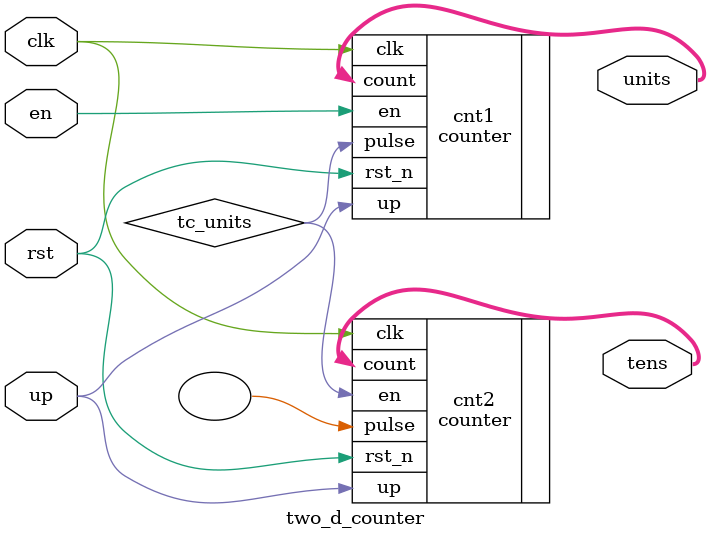
<source format=sv>
`timescale 1ns/1ps

module two_d_counter (
    input  logic clk,
    input  logic rst,
    input  logic en,
    input  logic up, // Up counting direction 
    output logic [3:0] units,
    output logic [3:0] tens
);

    logic tc_units;

    // Units counter (0–9)
    counter #(.N(4),.MAX(9)) cnt1  (
        .clk(clk),
        .rst_n(rst),
        .en(en),         // Always enabled
        .up(up),
        .count(units),
        .pulse(tc_units)
    );

    // Tens counter (0–9), enabled by units terminal count
    counter  #(.N(4),.MAX(9)) cnt2 (
        .clk(clk),
        .rst_n(rst),
        .en(tc_units),     // Enabled when units counter overflows
        .up(up),
        .count(tens),
        .pulse()                  // Not used here
    );

endmodule



</source>
